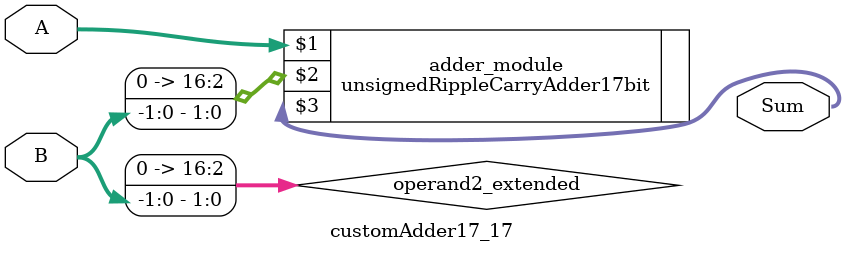
<source format=v>
module customAdder17_17(
                        input [16 : 0] A,
                        input [-1 : 0] B,
                        
                        output [17 : 0] Sum
                );

        wire [16 : 0] operand2_extended;
        
        assign operand2_extended =  {17'b0, B};
        
        unsignedRippleCarryAdder17bit adder_module(
            A,
            operand2_extended,
            Sum
        );
        
        endmodule
        
</source>
